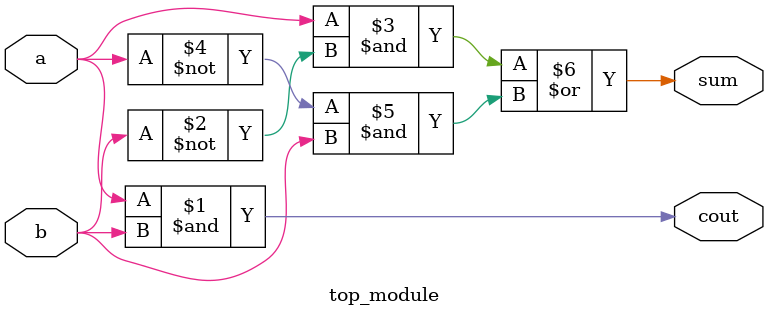
<source format=v>
module top_module( 
    input a, b,
    output cout, sum );
    
    assign cout = a & b;
    assign sum = (a&(~b))|((~a)&b);

endmodule

</source>
